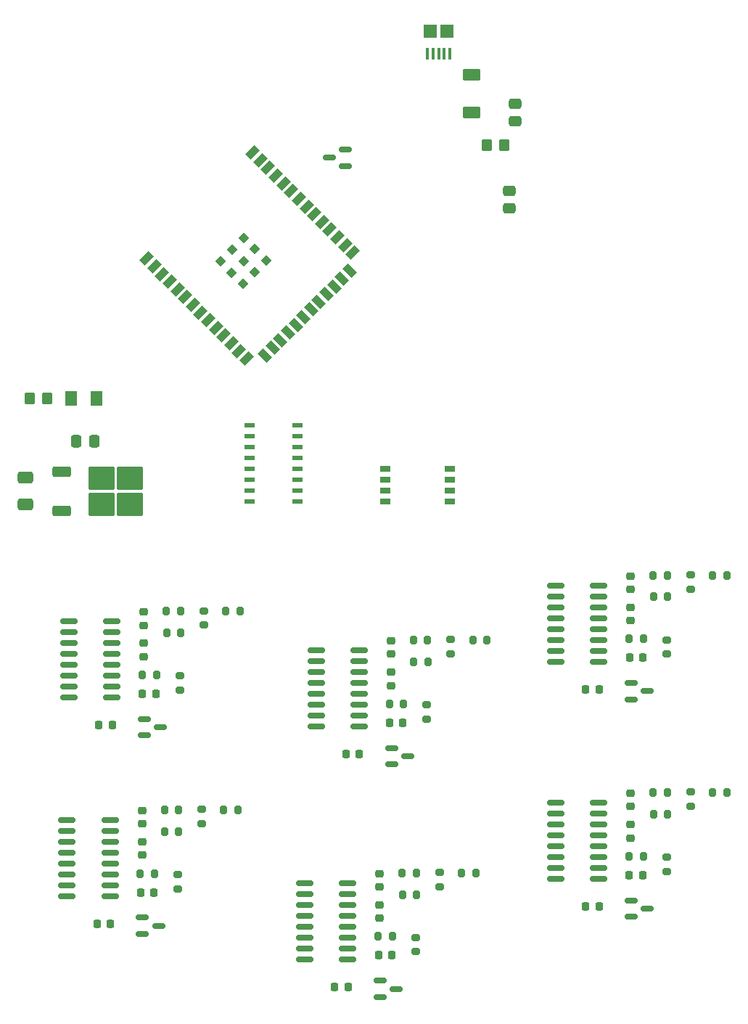
<source format=gbr>
%TF.GenerationSoftware,KiCad,Pcbnew,7.0.7*%
%TF.CreationDate,2024-03-26T11:25:22-07:00*%
%TF.ProjectId,Core-board,436f7265-2d62-46f6-9172-642e6b696361,rev?*%
%TF.SameCoordinates,Original*%
%TF.FileFunction,Paste,Top*%
%TF.FilePolarity,Positive*%
%FSLAX46Y46*%
G04 Gerber Fmt 4.6, Leading zero omitted, Abs format (unit mm)*
G04 Created by KiCad (PCBNEW 7.0.7) date 2024-03-26 11:25:22*
%MOMM*%
%LPD*%
G01*
G04 APERTURE LIST*
G04 Aperture macros list*
%AMRoundRect*
0 Rectangle with rounded corners*
0 $1 Rounding radius*
0 $2 $3 $4 $5 $6 $7 $8 $9 X,Y pos of 4 corners*
0 Add a 4 corners polygon primitive as box body*
4,1,4,$2,$3,$4,$5,$6,$7,$8,$9,$2,$3,0*
0 Add four circle primitives for the rounded corners*
1,1,$1+$1,$2,$3*
1,1,$1+$1,$4,$5*
1,1,$1+$1,$6,$7*
1,1,$1+$1,$8,$9*
0 Add four rect primitives between the rounded corners*
20,1,$1+$1,$2,$3,$4,$5,0*
20,1,$1+$1,$4,$5,$6,$7,0*
20,1,$1+$1,$6,$7,$8,$9,0*
20,1,$1+$1,$8,$9,$2,$3,0*%
%AMRotRect*
0 Rectangle, with rotation*
0 The origin of the aperture is its center*
0 $1 length*
0 $2 width*
0 $3 Rotation angle, in degrees counterclockwise*
0 Add horizontal line*
21,1,$1,$2,0,0,$3*%
G04 Aperture macros list end*
%ADD10R,1.500000X1.550000*%
%ADD11R,0.400000X1.350000*%
%ADD12RoundRect,0.250000X-0.800000X0.450000X-0.800000X-0.450000X0.800000X-0.450000X0.800000X0.450000X0*%
%ADD13RoundRect,0.200000X0.275000X-0.200000X0.275000X0.200000X-0.275000X0.200000X-0.275000X-0.200000X0*%
%ADD14RoundRect,0.200000X0.200000X0.275000X-0.200000X0.275000X-0.200000X-0.275000X0.200000X-0.275000X0*%
%ADD15RoundRect,0.225000X0.250000X-0.225000X0.250000X0.225000X-0.250000X0.225000X-0.250000X-0.225000X0*%
%ADD16RoundRect,0.150000X-0.587500X-0.150000X0.587500X-0.150000X0.587500X0.150000X-0.587500X0.150000X0*%
%ADD17RoundRect,0.200000X-0.200000X-0.275000X0.200000X-0.275000X0.200000X0.275000X-0.200000X0.275000X0*%
%ADD18RoundRect,0.250000X0.475000X-0.337500X0.475000X0.337500X-0.475000X0.337500X-0.475000X-0.337500X0*%
%ADD19RoundRect,0.150000X0.587500X0.150000X-0.587500X0.150000X-0.587500X-0.150000X0.587500X-0.150000X0*%
%ADD20RoundRect,0.250001X0.462499X0.624999X-0.462499X0.624999X-0.462499X-0.624999X0.462499X-0.624999X0*%
%ADD21RoundRect,0.225000X0.225000X0.250000X-0.225000X0.250000X-0.225000X-0.250000X0.225000X-0.250000X0*%
%ADD22RoundRect,0.150000X0.850000X0.150000X-0.850000X0.150000X-0.850000X-0.150000X0.850000X-0.150000X0*%
%ADD23RotRect,0.900000X0.900000X45.000000*%
%ADD24RotRect,0.900000X0.900000X315.000000*%
%ADD25RotRect,1.500000X0.900000X45.000000*%
%ADD26RotRect,1.500000X0.900000X225.000000*%
%ADD27RotRect,1.500000X0.900000X315.000000*%
%ADD28RoundRect,0.250000X0.337500X0.475000X-0.337500X0.475000X-0.337500X-0.475000X0.337500X-0.475000X0*%
%ADD29RoundRect,0.250000X0.650000X-0.412500X0.650000X0.412500X-0.650000X0.412500X-0.650000X-0.412500X0*%
%ADD30RoundRect,0.049600X0.555400X0.260400X-0.555400X0.260400X-0.555400X-0.260400X0.555400X-0.260400X0*%
%ADD31RoundRect,0.250000X-0.850000X-0.350000X0.850000X-0.350000X0.850000X0.350000X-0.850000X0.350000X0*%
%ADD32RoundRect,0.250000X-1.275000X-1.125000X1.275000X-1.125000X1.275000X1.125000X-1.275000X1.125000X0*%
%ADD33RoundRect,0.250000X0.350000X0.450000X-0.350000X0.450000X-0.350000X-0.450000X0.350000X-0.450000X0*%
%ADD34RoundRect,0.250000X-0.350000X-0.450000X0.350000X-0.450000X0.350000X0.450000X-0.350000X0.450000X0*%
%ADD35R,1.200000X0.600000*%
G04 APERTURE END LIST*
D10*
%TO.C,J11*%
X134515000Y-27700000D03*
X132515000Y-27700000D03*
D11*
X133515000Y-30375000D03*
X132865000Y-30375000D03*
X132215000Y-30375000D03*
X134165000Y-30375000D03*
X134815000Y-30375000D03*
%TD*%
D12*
%TO.C,D2*%
X137325000Y-32825000D03*
X137325000Y-37225000D03*
%TD*%
D13*
%TO.C,R44*%
X133615000Y-127525000D03*
X133615000Y-125875000D03*
%TD*%
D14*
%TO.C,R47*%
X139132500Y-98795000D03*
X137482500Y-98795000D03*
%TD*%
D15*
%TO.C,C19*%
X126640000Y-127575000D03*
X126640000Y-126025000D03*
%TD*%
D16*
%TO.C,Q5*%
X156010000Y-103785000D03*
X156010000Y-105685000D03*
X157885000Y-104735000D03*
%TD*%
D13*
%TO.C,R38*%
X132132500Y-107965000D03*
X132132500Y-106315000D03*
%TD*%
D15*
%TO.C,C20*%
X126640000Y-131225000D03*
X126640000Y-129675000D03*
%TD*%
D16*
%TO.C,Q1*%
X155990000Y-129125000D03*
X155990000Y-131025000D03*
X157865000Y-130075000D03*
%TD*%
D17*
%TO.C,R27*%
X129265000Y-125950000D03*
X130915000Y-125950000D03*
%TD*%
%TO.C,R31*%
X158560000Y-91225000D03*
X160210000Y-91225000D03*
%TD*%
D16*
%TO.C,Q2*%
X99182500Y-107977000D03*
X99182500Y-109877000D03*
X101057500Y-108927000D03*
%TD*%
D14*
%TO.C,R39*%
X167115000Y-116570000D03*
X165465000Y-116570000D03*
%TD*%
D17*
%TO.C,R24*%
X101525000Y-121090000D03*
X103175000Y-121090000D03*
%TD*%
D15*
%TO.C,C27*%
X127932500Y-100415000D03*
X127932500Y-98865000D03*
%TD*%
D14*
%TO.C,R37*%
X129407500Y-106190000D03*
X127757500Y-106190000D03*
%TD*%
D17*
%TO.C,R23*%
X101500000Y-118590000D03*
X103150000Y-118590000D03*
%TD*%
D18*
%TO.C,C9*%
X141770000Y-46347500D03*
X141770000Y-48422500D03*
%TD*%
D19*
%TO.C,D1*%
X122637500Y-43450000D03*
X122637500Y-41550000D03*
X120762500Y-42500000D03*
%TD*%
D20*
%TO.C,D3*%
X93600000Y-70600000D03*
X90625000Y-70600000D03*
%TD*%
D21*
%TO.C,C14*%
X95175000Y-131850000D03*
X93625000Y-131850000D03*
%TD*%
D13*
%TO.C,R42*%
X105850000Y-120165000D03*
X105850000Y-118515000D03*
%TD*%
D22*
%TO.C,U4*%
X95150000Y-128635000D03*
X95150000Y-127365000D03*
X95150000Y-126095000D03*
X95150000Y-124825000D03*
X95150000Y-123555000D03*
X95150000Y-122285000D03*
X95150000Y-121015000D03*
X95150000Y-119745000D03*
X90150000Y-119745000D03*
X90150000Y-121015000D03*
X90150000Y-122285000D03*
X90150000Y-123555000D03*
X90150000Y-124825000D03*
X90150000Y-126095000D03*
X90150000Y-127365000D03*
X90150000Y-128635000D03*
%TD*%
D17*
%TO.C,R35*%
X130557500Y-98790000D03*
X132207500Y-98790000D03*
%TD*%
D23*
%TO.C,U10*%
X108040203Y-54600000D03*
D24*
X109348350Y-55894005D03*
D23*
X110649427Y-57195082D03*
D24*
X109419061Y-53235284D03*
X110727208Y-54529289D03*
X112028285Y-55830366D03*
X110762564Y-51863497D03*
X112070711Y-53157502D03*
X113371788Y-54458578D03*
D25*
X99434713Y-54267660D03*
X100332739Y-55165685D03*
X101230764Y-56063711D03*
X102128790Y-56961737D03*
X103026815Y-57859762D03*
X103924841Y-58757788D03*
X104822867Y-59655813D03*
X105720892Y-60553839D03*
X106618918Y-61451865D03*
X107516944Y-62349890D03*
X108414969Y-63247916D03*
X109312995Y-64145941D03*
X110211020Y-65043967D03*
D26*
X111109046Y-65941993D03*
D27*
X113240973Y-65577833D03*
X114138999Y-64679807D03*
X115037024Y-63781781D03*
X115935050Y-62883756D03*
X116833075Y-61985730D03*
X117731101Y-61087705D03*
X118629127Y-60189679D03*
X119527152Y-59291653D03*
X120425178Y-58393628D03*
X121323203Y-57495602D03*
X122221229Y-56597577D03*
X123119255Y-55699551D03*
D25*
X123483415Y-53567624D03*
X122585389Y-52669598D03*
X121687363Y-51771573D03*
X120789338Y-50873547D03*
X119891312Y-49975522D03*
X118993287Y-49077496D03*
X118095261Y-48179470D03*
X117197235Y-47281445D03*
X116299210Y-46383419D03*
X115401184Y-45485393D03*
X114503159Y-44587368D03*
X113605133Y-43689342D03*
X112707107Y-42791317D03*
X111809082Y-41893291D03*
%TD*%
D15*
%TO.C,C4*%
X155915000Y-121840000D03*
X155915000Y-120290000D03*
%TD*%
D21*
%TO.C,C5*%
X100507500Y-105017000D03*
X98957500Y-105017000D03*
%TD*%
%TO.C,C25*%
X129332500Y-108390000D03*
X127782500Y-108390000D03*
%TD*%
%TO.C,C22*%
X152235000Y-104485000D03*
X150685000Y-104485000D03*
%TD*%
%TO.C,C6*%
X95407500Y-108677000D03*
X93857500Y-108677000D03*
%TD*%
D28*
%TO.C,C12*%
X93287500Y-75600000D03*
X91212500Y-75600000D03*
%TD*%
D21*
%TO.C,C17*%
X128040000Y-135550000D03*
X126490000Y-135550000D03*
%TD*%
D15*
%TO.C,C23*%
X155935000Y-92850000D03*
X155935000Y-91300000D03*
%TD*%
D29*
%TO.C,C11*%
X85300000Y-82912500D03*
X85300000Y-79787500D03*
%TD*%
D17*
%TO.C,R28*%
X129290000Y-128450000D03*
X130940000Y-128450000D03*
%TD*%
D21*
%TO.C,C21*%
X157335000Y-100825000D03*
X155785000Y-100825000D03*
%TD*%
D18*
%TO.C,C10*%
X142405000Y-36187500D03*
X142405000Y-38262500D03*
%TD*%
D14*
%TO.C,R1*%
X110307500Y-95422000D03*
X108657500Y-95422000D03*
%TD*%
%TO.C,R33*%
X157410000Y-98625000D03*
X155760000Y-98625000D03*
%TD*%
D13*
%TO.C,R30*%
X130840000Y-135125000D03*
X130840000Y-133475000D03*
%TD*%
D15*
%TO.C,C15*%
X98875000Y-120215000D03*
X98875000Y-118665000D03*
%TD*%
%TO.C,C28*%
X127932500Y-104065000D03*
X127932500Y-102515000D03*
%TD*%
D21*
%TO.C,C26*%
X124232500Y-112050000D03*
X122682500Y-112050000D03*
%TD*%
D13*
%TO.C,R16*%
X160115000Y-125740000D03*
X160115000Y-124090000D03*
%TD*%
D14*
%TO.C,R25*%
X100350000Y-125990000D03*
X98700000Y-125990000D03*
%TD*%
D21*
%TO.C,C2*%
X152215000Y-129825000D03*
X150665000Y-129825000D03*
%TD*%
D16*
%TO.C,Q3*%
X98950000Y-131150000D03*
X98950000Y-133050000D03*
X100825000Y-132100000D03*
%TD*%
D22*
%TO.C,U5*%
X122915000Y-135995000D03*
X122915000Y-134725000D03*
X122915000Y-133455000D03*
X122915000Y-132185000D03*
X122915000Y-130915000D03*
X122915000Y-129645000D03*
X122915000Y-128375000D03*
X122915000Y-127105000D03*
X117915000Y-127105000D03*
X117915000Y-128375000D03*
X117915000Y-129645000D03*
X117915000Y-130915000D03*
X117915000Y-132185000D03*
X117915000Y-133455000D03*
X117915000Y-134725000D03*
X117915000Y-135995000D03*
%TD*%
D14*
%TO.C,R15*%
X157390000Y-123965000D03*
X155740000Y-123965000D03*
%TD*%
D17*
%TO.C,R36*%
X130582500Y-101290000D03*
X132232500Y-101290000D03*
%TD*%
D22*
%TO.C,U2*%
X124207500Y-108835000D03*
X124207500Y-107565000D03*
X124207500Y-106295000D03*
X124207500Y-105025000D03*
X124207500Y-103755000D03*
X124207500Y-102485000D03*
X124207500Y-101215000D03*
X124207500Y-99945000D03*
X119207500Y-99945000D03*
X119207500Y-101215000D03*
X119207500Y-102485000D03*
X119207500Y-103755000D03*
X119207500Y-105025000D03*
X119207500Y-106295000D03*
X119207500Y-107565000D03*
X119207500Y-108835000D03*
%TD*%
D21*
%TO.C,C18*%
X122940000Y-139210000D03*
X121390000Y-139210000D03*
%TD*%
D14*
%TO.C,R29*%
X128115000Y-133350000D03*
X126465000Y-133350000D03*
%TD*%
D17*
%TO.C,R13*%
X158540000Y-116565000D03*
X160190000Y-116565000D03*
%TD*%
%TO.C,R32*%
X158585000Y-93725000D03*
X160235000Y-93725000D03*
%TD*%
D13*
%TO.C,R20*%
X103307500Y-104592000D03*
X103307500Y-102942000D03*
%TD*%
%TO.C,R34*%
X160135000Y-100400000D03*
X160135000Y-98750000D03*
%TD*%
D15*
%TO.C,C7*%
X99107500Y-97042000D03*
X99107500Y-95492000D03*
%TD*%
D13*
%TO.C,R26*%
X103075000Y-127765000D03*
X103075000Y-126115000D03*
%TD*%
D30*
%TO.C,U7*%
X134790000Y-82615000D03*
X134790000Y-81345000D03*
X134790000Y-80075000D03*
X134790000Y-78805000D03*
X127300000Y-78805000D03*
X127300000Y-80075000D03*
X127300000Y-81345000D03*
X127300000Y-82615000D03*
%TD*%
D17*
%TO.C,R18*%
X101757500Y-97917000D03*
X103407500Y-97917000D03*
%TD*%
D14*
%TO.C,R41*%
X110075000Y-118595000D03*
X108425000Y-118595000D03*
%TD*%
D16*
%TO.C,Q6*%
X128007500Y-111350000D03*
X128007500Y-113250000D03*
X129882500Y-112300000D03*
%TD*%
D13*
%TO.C,R46*%
X162910000Y-92800000D03*
X162910000Y-91150000D03*
%TD*%
D31*
%TO.C,U9*%
X89525000Y-79145000D03*
D32*
X94150000Y-79900000D03*
X94150000Y-82950000D03*
X97500000Y-79900000D03*
X97500000Y-82950000D03*
D31*
X89525000Y-83705000D03*
%TD*%
D16*
%TO.C,Q4*%
X126715000Y-138510000D03*
X126715000Y-140410000D03*
X128590000Y-139460000D03*
%TD*%
D14*
%TO.C,R45*%
X167135000Y-91230000D03*
X165485000Y-91230000D03*
%TD*%
%TO.C,R19*%
X100582500Y-102817000D03*
X98932500Y-102817000D03*
%TD*%
D17*
%TO.C,R14*%
X158565000Y-119065000D03*
X160215000Y-119065000D03*
%TD*%
D22*
%TO.C,U3*%
X152210000Y-101270000D03*
X152210000Y-100000000D03*
X152210000Y-98730000D03*
X152210000Y-97460000D03*
X152210000Y-96190000D03*
X152210000Y-94920000D03*
X152210000Y-93650000D03*
X152210000Y-92380000D03*
X147210000Y-92380000D03*
X147210000Y-93650000D03*
X147210000Y-94920000D03*
X147210000Y-96190000D03*
X147210000Y-97460000D03*
X147210000Y-98730000D03*
X147210000Y-100000000D03*
X147210000Y-101270000D03*
%TD*%
D13*
%TO.C,R4*%
X106082500Y-96992000D03*
X106082500Y-95342000D03*
%TD*%
D22*
%TO.C,U6*%
X152190000Y-126610000D03*
X152190000Y-125340000D03*
X152190000Y-124070000D03*
X152190000Y-122800000D03*
X152190000Y-121530000D03*
X152190000Y-120260000D03*
X152190000Y-118990000D03*
X152190000Y-117720000D03*
X147190000Y-117720000D03*
X147190000Y-118990000D03*
X147190000Y-120260000D03*
X147190000Y-121530000D03*
X147190000Y-122800000D03*
X147190000Y-124070000D03*
X147190000Y-125340000D03*
X147190000Y-126610000D03*
%TD*%
D13*
%TO.C,R48*%
X134907500Y-100365000D03*
X134907500Y-98715000D03*
%TD*%
D15*
%TO.C,C3*%
X155915000Y-118190000D03*
X155915000Y-116640000D03*
%TD*%
D17*
%TO.C,R17*%
X101732500Y-95417000D03*
X103382500Y-95417000D03*
%TD*%
D15*
%TO.C,C24*%
X155935000Y-96500000D03*
X155935000Y-94950000D03*
%TD*%
D33*
%TO.C,R22*%
X87812500Y-70550000D03*
X85812500Y-70550000D03*
%TD*%
D15*
%TO.C,C16*%
X98875000Y-123865000D03*
X98875000Y-122315000D03*
%TD*%
D21*
%TO.C,C1*%
X157315000Y-126165000D03*
X155765000Y-126165000D03*
%TD*%
D34*
%TO.C,R21*%
X139135000Y-41035000D03*
X141135000Y-41035000D03*
%TD*%
D15*
%TO.C,C8*%
X99107500Y-100692000D03*
X99107500Y-99142000D03*
%TD*%
D22*
%TO.C,U1*%
X95382500Y-105462000D03*
X95382500Y-104192000D03*
X95382500Y-102922000D03*
X95382500Y-101652000D03*
X95382500Y-100382000D03*
X95382500Y-99112000D03*
X95382500Y-97842000D03*
X95382500Y-96572000D03*
X90382500Y-96572000D03*
X90382500Y-97842000D03*
X90382500Y-99112000D03*
X90382500Y-100382000D03*
X90382500Y-101652000D03*
X90382500Y-102922000D03*
X90382500Y-104192000D03*
X90382500Y-105462000D03*
%TD*%
D21*
%TO.C,C13*%
X100275000Y-128190000D03*
X98725000Y-128190000D03*
%TD*%
D35*
%TO.C,U8*%
X117050000Y-82585000D03*
X117050000Y-81315000D03*
X117050000Y-80045000D03*
X117050000Y-78775000D03*
X117050000Y-77505000D03*
X117050000Y-76235000D03*
X117050000Y-74965000D03*
X117050000Y-73695000D03*
X111450000Y-73695000D03*
X111450000Y-74965000D03*
X111450000Y-76235000D03*
X111450000Y-77505000D03*
X111450000Y-78775000D03*
X111450000Y-80045000D03*
X111450000Y-81315000D03*
X111450000Y-82585000D03*
%TD*%
D13*
%TO.C,R40*%
X162890000Y-118140000D03*
X162890000Y-116490000D03*
%TD*%
D14*
%TO.C,R43*%
X137840000Y-125955000D03*
X136190000Y-125955000D03*
%TD*%
M02*

</source>
